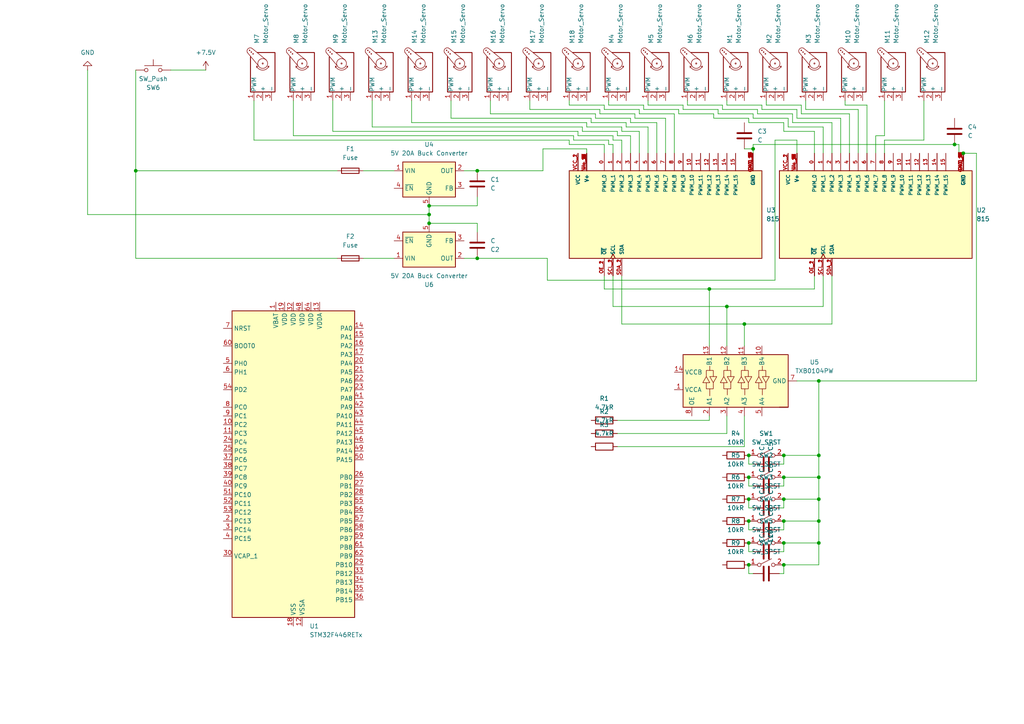
<source format=kicad_sch>
(kicad_sch (version 20250114) (generator "eeschema") (generator_version "9.0")
  (paper "A4")
  (lib_symbols
    (symbol "Device:C" (pin_numbers (hide yes)) (pin_names (offset 0.254))
      (property "Reference" "C" (at 0.635 2.54 0))
      (property "Value" "C" (at 0.635 -2.54 0))
      (symbol "C_0_1"
        (polyline (pts (xy -2.032 0.762) (xy 2.032 0.762)) (stroke (width 0.508)))
        (polyline (pts (xy -2.032 -0.762) (xy 2.032 -0.762)) (stroke (width 0.508)))
      )
      (symbol "C_1_1"
        (pin passive line (at 0 3.81 270) (length 2.794) (name "~") (number "1"))
        (pin passive line (at 0 -3.81 90) (length 2.794) (name "~") (number "2"))
      )
    )
    (symbol "Device:Fuse" (pin_numbers (hide yes)) (pin_names (offset 0))
      (property "Reference" "F" (at 2.032 0 90))
      (property "Value" "Fuse" (at -1.905 0 90))
      (symbol "Fuse_0_1"
        (rectangle (start -0.762 -2.54) (end 0.762 2.54) (stroke (width 0.254)))
        (polyline (pts (xy 0 2.54) (xy 0 -2.54)))
      )
      (symbol "Fuse_1_1"
        (pin passive line (at 0 3.81 270) (length 1.27) (name "~") (number "1"))
        (pin passive line (at 0 -3.81 90) (length 1.27) (name "~") (number "2"))
      )
    )
    (symbol "Device:R" (pin_numbers (hide yes)) (pin_names (offset 0))
      (property "Reference" "R" (at 2.032 0 90))
      (property "Value" "R" (at 0 0 90))
      (symbol "R_0_1"
        (rectangle (start -1.016 -2.54) (end 1.016 2.54) (stroke (width 0.254)))
      )
      (symbol "R_1_1"
        (pin passive line (at 0 3.81 270) (length 1.27) (name "~") (number "1"))
        (pin passive line (at 0 -3.81 90) (length 1.27) (name "~") (number "2"))
      )
    )
    (symbol "Logic_LevelTranslator:TXB0104PW"
      (property "Reference" "U" (at -6.35 16.51 0))
      (property "Value" "TXB0104PW" (at 3.81 16.51 0))
      (symbol "TXB0104PW_0_1"
        (rectangle (start -7.62 15.24) (end 7.62 -15.24) (stroke (width 0.254)) (fill (type background)))
        (rectangle (start -7.62 -15.24) (end -7.62 -12.7) (stroke (width 0.254)))
        (polyline (pts (xy -2.286 7.493) (xy -2.286 8.509) (xy -0.508 8.509)))
        (polyline (pts (xy -2.286 2.413) (xy -2.286 3.429) (xy -0.508 3.429)))
        (polyline (pts (xy -2.286 -2.667) (xy -2.286 -1.651) (xy -0.508 -1.651)))
        (polyline (pts (xy -2.286 -7.747) (xy -2.286 -6.731) (xy -0.508 -6.731)))
        (polyline (pts (xy -0.508 6.477) (xy -2.286 6.477) (xy -2.286 7.493) (xy -4.318 7.493)))
        (polyline (pts (xy -0.508 6.477) (xy 1.27 7.493) (xy 1.27 5.461) (xy -0.508 6.477)))
        (polyline (pts (xy -0.508 1.397) (xy -2.286 1.397) (xy -2.286 2.413) (xy -4.064 2.413)))
        (polyline (pts (xy -0.508 1.397) (xy 1.27 2.413) (xy 1.27 0.381) (xy -0.508 1.397)))
        (polyline (pts (xy -0.508 -3.683) (xy -2.286 -3.683) (xy -2.286 -2.667) (xy -4.064 -2.667)))
        (polyline (pts (xy -0.508 -3.683) (xy 1.27 -2.667) (xy 1.27 -4.699) (xy -0.508 -3.683)))
        (polyline (pts (xy -0.508 -8.763) (xy -2.286 -8.763) (xy -2.286 -7.747) (xy -4.064 -7.747)))
        (polyline (pts (xy -0.508 -8.763) (xy 1.27 -7.747) (xy 1.27 -9.779) (xy -0.508 -8.763)))
        (polyline (pts (xy 1.27 8.509) (xy -0.508 7.493) (xy -0.508 9.525) (xy 1.27 8.509)))
        (polyline (pts (xy 1.27 8.509) (xy 3.048 8.509) (xy 3.048 7.493) (xy 4.318 7.493)))
        (polyline (pts (xy 1.27 3.429) (xy -0.508 2.413) (xy -0.508 4.445) (xy 1.27 3.429)))
        (polyline (pts (xy 1.27 3.429) (xy 3.048 3.429) (xy 3.048 2.413) (xy 4.318 2.413)))
        (polyline (pts (xy 1.27 -1.651) (xy -0.508 -2.667) (xy -0.508 -0.635) (xy 1.27 -1.651)))
        (polyline (pts (xy 1.27 -1.651) (xy 3.048 -1.651) (xy 3.048 -2.667) (xy 4.318 -2.667)))
        (polyline (pts (xy 1.27 -6.731) (xy -0.508 -7.747) (xy -0.508 -5.715) (xy 1.27 -6.731)))
        (polyline (pts (xy 1.27 -6.731) (xy 3.048 -6.731) (xy 3.048 -7.747) (xy 4.318 -7.747)))
        (polyline (pts (xy 3.048 7.493) (xy 3.048 6.477) (xy 1.27 6.477)))
        (polyline (pts (xy 3.048 2.413) (xy 3.048 1.397) (xy 1.27 1.397)))
        (polyline (pts (xy 3.048 -2.667) (xy 3.048 -3.683) (xy 1.27 -3.683)))
        (polyline (pts (xy 3.048 -7.747) (xy 3.048 -8.763) (xy 1.27 -8.763)))
      )
      (symbol "TXB0104PW_1_1"
        (pin input line (at -10.16 12.7 0) (length 2.54) (name "OE") (number "8"))
        (pin bidirectional line (at -10.16 7.62 0) (length 2.54) (name "A1") (number "2"))
        (pin bidirectional line (at -10.16 2.54 0) (length 2.54) (name "A2") (number "3"))
        (pin bidirectional line (at -10.16 -2.54 0) (length 2.54) (name "A3") (number "4"))
        (pin bidirectional line (at -10.16 -7.62 0) (length 2.54) (name "A4") (number "5"))
        (pin no_connect line (at -7.62 -12.7 0) (length 2.54) (hide yes) (name "NC") (number "6"))
        (pin power_in line (at -2.54 17.78 270) (length 2.54) (name "VCCA") (number "1"))
        (pin power_in line (at 0 -17.78 90) (length 2.54) (name "GND") (number "7"))
        (pin power_in line (at 2.54 17.78 270) (length 2.54) (name "VCCB") (number "14"))
        (pin no_connect line (at 7.62 -12.7 180) (length 2.54) (hide yes) (name "NC") (number "9"))
        (pin bidirectional line (at 10.16 7.62 180) (length 2.54) (name "B1") (number "13"))
        (pin bidirectional line (at 10.16 2.54 180) (length 2.54) (name "B2") (number "12"))
        (pin bidirectional line (at 10.16 -2.54 180) (length 2.54) (name "B3") (number "11"))
        (pin bidirectional line (at 10.16 -7.62 180) (length 2.54) (name "B4") (number "10"))
      )
    )
    (symbol "MCU_ST_STM32F4:STM32F446RETx"
      (property "Reference" "U" (at -17.78 46.99 0))
      (property "Value" "STM32F446RETx" (at 10.16 46.99 0))
      (symbol "STM32F446RETx_0_1"
        (rectangle (start -17.78 -43.18) (end 17.78 45.72) (stroke (width 0.254)) (fill (type background)))
      )
      (symbol "STM32F446RETx_1_1"
        (pin input line (at -20.32 40.64 0) (length 2.54) (name "NRST") (number "7"))
        (pin input line (at -20.32 35.56 0) (length 2.54) (name "BOOT0") (number "60"))
        (pin bidirectional line (at -20.32 30.48 0) (length 2.54) (name "PH0") (number "5"))
        (pin bidirectional line (at -20.32 27.94 0) (length 2.54) (name "PH1") (number "6"))
        (pin bidirectional line (at -20.32 22.86 0) (length 2.54) (name "PD2") (number "54"))
        (pin bidirectional line (at -20.32 17.78 0) (length 2.54) (name "PC0") (number "8"))
        (pin bidirectional line (at -20.32 15.24 0) (length 2.54) (name "PC1") (number "9"))
        (pin bidirectional line (at -20.32 12.7 0) (length 2.54) (name "PC2") (number "10"))
        (pin bidirectional line (at -20.32 10.16 0) (length 2.54) (name "PC3") (number "11"))
        (pin bidirectional line (at -20.32 7.62 0) (length 2.54) (name "PC4") (number "24"))
        (pin bidirectional line (at -20.32 5.08 0) (length 2.54) (name "PC5") (number "25"))
        (pin bidirectional line (at -20.32 2.54 0) (length 2.54) (name "PC6") (number "37"))
        (pin bidirectional line (at -20.32 0 0) (length 2.54) (name "PC7") (number "38"))
        (pin bidirectional line (at -20.32 -2.54 0) (length 2.54) (name "PC8") (number "39"))
        (pin bidirectional line (at -20.32 -5.08 0) (length 2.54) (name "PC9") (number "40"))
        (pin bidirectional line (at -20.32 -7.62 0) (length 2.54) (name "PC10") (number "51"))
        (pin bidirectional line (at -20.32 -10.16 0) (length 2.54) (name "PC11") (number "52"))
        (pin bidirectional line (at -20.32 -12.7 0) (length 2.54) (name "PC12") (number "53"))
        (pin bidirectional line (at -20.32 -15.24 0) (length 2.54) (name "PC13") (number "2"))
        (pin bidirectional line (at -20.32 -17.78 0) (length 2.54) (name "PC14") (number "3"))
        (pin bidirectional line (at -20.32 -20.32 0) (length 2.54) (name "PC15") (number "4"))
        (pin power_out line (at -20.32 -25.4 0) (length 2.54) (name "VCAP_1") (number "30"))
        (pin power_in line (at -5.08 48.26 270) (length 2.54) (name "VBAT") (number "1"))
        (pin power_in line (at -2.54 48.26 270) (length 2.54) (name "VDD") (number "19"))
        (pin power_in line (at 0 48.26 270) (length 2.54) (name "VDD") (number "32"))
        (pin power_in line (at 0 -45.72 90) (length 2.54) (name "VSS") (number "18"))
        (pin passive line (at 0 -45.72 90) (length 2.54) (hide yes) (name "VSS") (number "31"))
        (pin passive line (at 0 -45.72 90) (length 2.54) (hide yes) (name "VSS") (number "47"))
        (pin passive line (at 0 -45.72 90) (length 2.54) (hide yes) (name "VSS") (number "63"))
        (pin power_in line (at 2.54 48.26 270) (length 2.54) (name "VDD") (number "48"))
        (pin power_in line (at 2.54 -45.72 90) (length 2.54) (name "VSSA") (number "12"))
        (pin power_in line (at 5.08 48.26 270) (length 2.54) (name "VDD") (number "64"))
        (pin power_in line (at 7.62 48.26 270) (length 2.54) (name "VDDA") (number "13"))
        (pin bidirectional line (at 20.32 40.64 180) (length 2.54) (name "PA0") (number "14"))
        (pin bidirectional line (at 20.32 38.1 180) (length 2.54) (name "PA1") (number "15"))
        (pin bidirectional line (at 20.32 35.56 180) (length 2.54) (name "PA2") (number "16"))
        (pin bidirectional line (at 20.32 33.02 180) (length 2.54) (name "PA3") (number "17"))
        (pin bidirectional line (at 20.32 30.48 180) (length 2.54) (name "PA4") (number "20"))
        (pin bidirectional line (at 20.32 27.94 180) (length 2.54) (name "PA5") (number "21"))
        (pin bidirectional line (at 20.32 25.4 180) (length 2.54) (name "PA6") (number "22"))
        (pin bidirectional line (at 20.32 22.86 180) (length 2.54) (name "PA7") (number "23"))
        (pin bidirectional line (at 20.32 20.32 180) (length 2.54) (name "PA8") (number "41"))
        (pin bidirectional line (at 20.32 17.78 180) (length 2.54) (name "PA9") (number "42"))
        (pin bidirectional line (at 20.32 15.24 180) (length 2.54) (name "PA10") (number "43"))
        (pin bidirectional line (at 20.32 12.7 180) (length 2.54) (name "PA11") (number "44"))
        (pin bidirectional line (at 20.32 10.16 180) (length 2.54) (name "PA12") (number "45"))
        (pin bidirectional line (at 20.32 7.62 180) (length 2.54) (name "PA13") (number "46"))
        (pin bidirectional line (at 20.32 5.08 180) (length 2.54) (name "PA14") (number "49"))
        (pin bidirectional line (at 20.32 2.54 180) (length 2.54) (name "PA15") (number "50"))
        (pin bidirectional line (at 20.32 -2.54 180) (length 2.54) (name "PB0") (number "26"))
        (pin bidirectional line (at 20.32 -5.08 180) (length 2.54) (name "PB1") (number "27"))
        (pin bidirectional line (at 20.32 -7.62 180) (length 2.54) (name "PB2") (number "28"))
        (pin bidirectional line (at 20.32 -10.16 180) (length 2.54) (name "PB3") (number "55"))
        (pin bidirectional line (at 20.32 -12.7 180) (length 2.54) (name "PB4") (number "56"))
        (pin bidirectional line (at 20.32 -15.24 180) (length 2.54) (name "PB5") (number "57"))
        (pin bidirectional line (at 20.32 -17.78 180) (length 2.54) (name "PB6") (number "58"))
        (pin bidirectional line (at 20.32 -20.32 180) (length 2.54) (name "PB7") (number "59"))
        (pin bidirectional line (at 20.32 -22.86 180) (length 2.54) (name "PB8") (number "61"))
        (pin bidirectional line (at 20.32 -25.4 180) (length 2.54) (name "PB9") (number "62"))
        (pin bidirectional line (at 20.32 -27.94 180) (length 2.54) (name "PB10") (number "29"))
        (pin bidirectional line (at 20.32 -30.48 180) (length 2.54) (name "PB12") (number "33"))
        (pin bidirectional line (at 20.32 -33.02 180) (length 2.54) (name "PB13") (number "34"))
        (pin bidirectional line (at 20.32 -35.56 180) (length 2.54) (name "PB14") (number "35"))
        (pin bidirectional line (at 20.32 -38.1 180) (length 2.54) (name "PB15") (number "36"))
      )
    )
    (symbol "Motor:Motor_Servo" (pin_names (offset 0.0254))
      (property "Reference" "M" (at -5.08 4.445 0))
      (property "Value" "Motor_Servo" (at -5.08 -4.064 0))
      (symbol "Motor_Servo_0_1"
        (polyline (pts (xy 2.413 1.778) (xy 1.905 1.778)))
        (polyline (pts (xy 2.413 1.778) (xy 2.286 1.397)))
        (polyline (pts (xy 2.413 -1.778) (xy 2.032 -1.778)))
        (polyline (pts (xy 2.413 -1.778) (xy 2.286 -1.397)))
        (arc (start 2.413 -1.778) (mid 1.2406 0) (end 2.413 1.778))
        (circle (center 3.175 0) (radius 0.1778))
        (circle (center 3.175 0) (radius 1.4224))
        (polyline (pts (xy 5.08 3.556) (xy -5.08 3.556) (xy -5.08 -3.556) (xy 6.35 -3.556) (xy 6.35 1.524)) (stroke (width 0.254)))
        (circle (center 5.969 2.794) (radius 0.127))
        (polyline (pts (xy 6.35 4.445) (xy 2.54 1.27)))
        (circle (center 6.477 3.302) (radius 0.127))
        (arc (start 6.35 4.445) (mid 7.4487 4.2737) (end 7.62 3.175))
        (circle (center 6.985 3.81) (radius 0.127))
        (polyline (pts (xy 7.62 3.175) (xy 4.191 -1.016)))
      )
      (symbol "Motor_Servo_1_1"
        (pin passive line (at -7.62 2.54 0) (length 2.54) (name "PWM") (number "1"))
        (pin passive line (at -7.62 0 0) (length 2.54) (name "+") (number "2"))
        (pin passive line (at -7.62 -2.54 0) (length 2.54) (name "-") (number "3"))
      )
    )
    (symbol "PCA9685:815" (pin_names (offset 1.016))
      (property "Reference" "U" (at -12.7 28.702 0))
      (property "Value" "815" (at -12.7 -30.48 0))
      (symbol "815_0_0"
        (rectangle (start -12.7 -27.94) (end 12.7 27.94) (stroke (width 0.254)) (fill (type background)))
        (pin input line (at -17.78 17.78 0) (length 5.08) (name "~{OE}") (number "OE_1"))
        (pin input line (at -17.78 17.78 0) (length 5.08) (name "~{OE}") (number "OE_2"))
        (pin input clock (at -17.78 15.24 0) (length 5.08) (name "SCL") (number "SCL_1"))
        (pin input clock (at -17.78 15.24 0) (length 5.08) (name "SCL") (number "SCL_2"))
        (pin bidirectional line (at -17.78 12.7 0) (length 5.08) (name "SDA") (number "SDA_1"))
        (pin bidirectional line (at -17.78 12.7 0) (length 5.08) (name "SDA") (number "SDA_2"))
        (pin power_in line (at 17.78 25.4 180) (length 5.08) (name "VCC") (number "VCC_1"))
        (pin power_in line (at 17.78 25.4 180) (length 5.08) (name "VCC") (number "VCC_2"))
        (pin power_in line (at 17.78 22.86 180) (length 5.08) (name "V+") (number "V+_1"))
        (pin power_in line (at 17.78 22.86 180) (length 5.08) (name "V+") (number "V+_10"))
        (pin power_in line (at 17.78 22.86 180) (length 5.08) (name "V+") (number "V+_11"))
        (pin power_in line (at 17.78 22.86 180) (length 5.08) (name "V+") (number "V+_12"))
        (pin power_in line (at 17.78 22.86 180) (length 5.08) (name "V+") (number "V+_13"))
        (pin power_in line (at 17.78 22.86 180) (length 5.08) (name "V+") (number "V+_14"))
        (pin power_in line (at 17.78 22.86 180) (length 5.08) (name "V+") (number "V+_15"))
        (pin power_in line (at 17.78 22.86 180) (length 5.08) (name "V+") (number "V+_16"))
        (pin power_in line (at 17.78 22.86 180) (length 5.08) (name "V+") (number "V+_17"))
        (pin power_in line (at 17.78 22.86 180) (length 5.08) (name "V+") (number "V+_18"))
        (pin power_in line (at 17.78 22.86 180) (length 5.08) (name "V+") (number "V+_2"))
        (pin power_in line (at 17.78 22.86 180) (length 5.08) (name "V+") (number "V+_3"))
        (pin power_in line (at 17.78 22.86 180) (length 5.08) (name "V+") (number "V+_4"))
        (pin power_in line (at 17.78 22.86 180) (length 5.08) (name "V+") (number "V+_5"))
        (pin power_in line (at 17.78 22.86 180) (length 5.08) (name "V+") (number "V+_6"))
        (pin power_in line (at 17.78 22.86 180) (length 5.08) (name "V+") (number "V+_7"))
        (pin power_in line (at 17.78 22.86 180) (length 5.08) (name "V+") (number "V+_8"))
        (pin power_in line (at 17.78 22.86 180) (length 5.08) (name "V+") (number "V+_9"))
        (pin output line (at 17.78 17.78 180) (length 5.08) (name "PWM_0") (number "0"))
        (pin output line (at 17.78 15.24 180) (length 5.08) (name "PWM_1") (number "1"))
        (pin output line (at 17.78 12.7 180) (length 5.08) (name "PWM_2") (number "2"))
        (pin output line (at 17.78 10.16 180) (length 5.08) (name "PWM_3") (number "3"))
        (pin output line (at 17.78 7.62 180) (length 5.08) (name "PWM_4") (number "4"))
        (pin output line (at 17.78 5.08 180) (length 5.08) (name "PWM_5") (number "5"))
        (pin output line (at 17.78 2.54 180) (length 5.08) (name "PWM_6") (number "6"))
        (pin output line (at 17.78 0 180) (length 5.08) (name "PWM_7") (number "7"))
        (pin output line (at 17.78 -2.54 180) (length 5.08) (name "PWM_8") (number "8"))
        (pin output line (at 17.78 -5.08 180) (length 5.08) (name "PWM_9") (number "9"))
        (pin output line (at 17.78 -7.62 180) (length 5.08) (name "PWM_10") (number "10"))
        (pin output line (at 17.78 -10.16 180) (length 5.08) (name "PWM_11") (number "11"))
        (pin output line (at 17.78 -12.7 180) (length 5.08) (name "PWM_12") (number "12"))
        (pin output line (at 17.78 -15.24 180) (length 5.08) (name "PWM_13") (number "13"))
        (pin output line (at 17.78 -17.78 180) (length 5.08) (name "PWM_14") (number "14"))
        (pin output line (at 17.78 -20.32 180) (length 5.08) (name "PWM_15") (number "15"))
        (pin power_in line (at 17.78 -25.4 180) (length 5.08) (name "GND") (number "GND_1"))
        (pin power_in line (at 17.78 -25.4 180) (length 5.08) (name "GND") (number "GND_10"))
        (pin power_in line (at 17.78 -25.4 180) (length 5.08) (name "GND") (number "GND_11"))
        (pin power_in line (at 17.78 -25.4 180) (length 5.08) (name "GND") (number "GND_12"))
        (pin power_in line (at 17.78 -25.4 180) (length 5.08) (name "GND") (number "GND_13"))
        (pin power_in line (at 17.78 -25.4 180) (length 5.08) (name "GND") (number "GND_14"))
        (pin power_in line (at 17.78 -25.4 180) (length 5.08) (name "GND") (number "GND_15"))
        (pin power_in line (at 17.78 -25.4 180) (length 5.08) (name "GND") (number "GND_16"))
        (pin power_in line (at 17.78 -25.4 180) (length 5.08) (name "GND") (number "GND_17"))
        (pin power_in line (at 17.78 -25.4 180) (length 5.08) (name "GND") (number "GND_18"))
        (pin power_in line (at 17.78 -25.4 180) (length 5.08) (name "GND") (number "GND_2"))
        (pin power_in line (at 17.78 -25.4 180) (length 5.08) (name "GND") (number "GND_3"))
        (pin power_in line (at 17.78 -25.4 180) (length 5.08) (name "GND") (number "GND_4"))
        (pin power_in line (at 17.78 -25.4 180) (length 5.08) (name "GND") (number "GND_5"))
        (pin power_in line (at 17.78 -25.4 180) (length 5.08) (name "GND") (number "GND_6"))
        (pin power_in line (at 17.78 -25.4 180) (length 5.08) (name "GND") (number "GND_7"))
        (pin power_in line (at 17.78 -25.4 180) (length 5.08) (name "GND") (number "GND_8"))
        (pin power_in line (at 17.78 -25.4 180) (length 5.08) (name "GND") (number "GND_9"))
      )
    )
    (symbol "Regulator_Switching:XL1509-5.0"
      (property "Reference" "U" (at -7.112 6.096 0))
      (property "Value" "XL1509-5.0" (at 5.842 6.096 0))
      (symbol "XL1509-5.0_0_1"
        (rectangle (start -7.62 5.08) (end 7.62 -5.08) (stroke (width 0.254)) (fill (type background)))
      )
      (symbol "XL1509-5.0_1_1"
        (pin power_in line (at -10.16 2.54 0) (length 2.54) (name "VIN") (number "1"))
        (pin input line (at -10.16 -2.54 0) (length 2.54) (name "~{EN}") (number "4"))
        (pin power_in line (at 0 -7.62 90) (length 2.54) (name "GND") (number "5"))
        (pin passive line (at 0 -7.62 90) (length 2.54) (hide yes) (name "GND") (number "6"))
        (pin passive line (at 0 -7.62 90) (length 2.54) (hide yes) (name "GND") (number "7"))
        (pin passive line (at 0 -7.62 90) (length 2.54) (hide yes) (name "GND") (number "8"))
        (pin power_out line (at 10.16 2.54 180) (length 2.54) (name "OUT") (number "2"))
        (pin input line (at 10.16 -2.54 180) (length 2.54) (name "FB") (number "3"))
      )
    )
    (symbol "Switch:SW_Push" (pin_numbers (hide yes)) (pin_names (offset 1.016) (hide yes))
      (property "Reference" "SW" (at 1.27 2.54 0))
      (property "Value" "SW_Push" (at 0 -1.524 0))
      (symbol "SW_Push_0_1"
        (circle (center -2.032 0) (radius 0.508))
        (polyline (pts (xy 0 1.27) (xy 0 3.048)))
        (circle (center 2.032 0) (radius 0.508))
        (polyline (pts (xy 2.54 1.27) (xy -2.54 1.27)))
        (pin passive line (at -5.08 0 0) (length 2.54) (name "1") (number "1"))
        (pin passive line (at 5.08 0 180) (length 2.54) (name "2") (number "2"))
      )
    )
    (symbol "Switch:SW_SPST" (pin_names (offset 0) (hide yes))
      (property "Reference" "SW" (at 0 3.175 0))
      (property "Value" "SW_SPST" (at 0 -2.54 0))
      (symbol "SW_SPST_0_0"
        (circle (center -2.032 0) (radius 0.508))
        (polyline (pts (xy -1.524 0.254) (xy 1.524 1.778)))
        (circle (center 2.032 0) (radius 0.508))
      )
      (symbol "SW_SPST_1_1"
        (pin passive line (at -5.08 0 0) (length 2.54) (name "A") (number "1"))
        (pin passive line (at 5.08 0 180) (length 2.54) (name "B") (number "2"))
      )
    )
    (symbol "power:+7.5V" (power) (pin_numbers (hide yes)) (pin_names (offset 0) (hide yes))
      (property "Value" "+7.5V" (at 0 3.556 0))
      (symbol "+7.5V_0_1"
        (polyline (pts (xy -0.762 1.27) (xy 0 2.54)))
        (polyline (pts (xy 0 2.54) (xy 0.762 1.27)))
        (polyline (pts (xy 0 0) (xy 0 2.54)))
      )
      (symbol "+7.5V_1_1"
        (pin power_in line (at 0 0 90) (length 0) (name "~") (number "1"))
      )
    )
    (symbol "power:GND" (power) (pin_numbers (hide yes)) (pin_names (offset 0) (hide yes))
      (property "Value" "GND" (at 0 -3.81 0))
      (symbol "GND_0_1"
        (polyline (pts (xy 0 0) (xy 0 -1.27) (xy 1.27 -1.27) (xy 0 -2.54) (xy -1.27 -1.27) (xy 0 -1.27)))
      )
      (symbol "GND_1_1"
        (pin power_in line (at 0 0 270) (length 0) (name "~") (number "1"))
      )
    )
  )
  (junction (at 227.33 132.08))
  (junction (at 217.17 132.08))
  (junction (at 138.43 49.53))
  (junction (at 215.9 93.98))
  (junction (at 227.33 138.43))
  (junction (at 237.49 110.49))
  (junction (at 217.17 157.48))
  (junction (at 124.46 62.23))
  (junction (at 276.86 41.91))
  (junction (at 124.46 64.77))
  (junction (at 217.17 151.13))
  (junction (at 210.82 88.9))
  (junction (at 237.49 144.78))
  (junction (at 227.33 157.48))
  (junction (at 124.46 59.69))
  (junction (at 237.49 138.43))
  (junction (at 205.74 83.82))
  (junction (at 227.33 151.13))
  (junction (at 218.44 43.18))
  (junction (at 217.17 163.83))
  (junction (at 237.49 132.08))
  (junction (at 279.4 44.45))
  (junction (at 227.33 144.78))
  (junction (at 39.37 49.53))
  (junction (at 237.49 157.48))
  (junction (at 227.33 163.83))
  (junction (at 138.43 74.93))
  (junction (at 237.49 151.13))
  (junction (at 217.17 144.78))
  (junction (at 217.17 138.43))
  (wire (pts (xy 170.18 36.83) (xy 170.18 35.56)))
  (wire (pts (xy 243.84 44.45) (xy 243.84 34.29)))
  (wire (pts (xy 138.43 57.15) (xy 138.43 59.69)))
  (wire (pts (xy 168.91 38.1) (xy 168.91 36.83)))
  (wire (pts (xy 138.43 67.31) (xy 138.43 64.77)))
  (wire (pts (xy 177.8 80.01) (xy 177.8 88.9)))
  (wire (pts (xy 224.79 81.28) (xy 224.79 40.64)))
  (wire (pts (xy 158.75 81.28) (xy 224.79 81.28)))
  (wire (pts (xy 176.53 41.91) (xy 176.53 40.64)))
  (wire (pts (xy 39.37 74.93) (xy 97.79 74.93)))
  (wire (pts (xy 218.44 41.91) (xy 276.86 41.91)))
  (wire (pts (xy 105.41 49.53) (xy 114.3 49.53)))
  (wire (pts (xy 180.34 36.83) (xy 170.18 36.83)))
  (wire (pts (xy 256.54 40.64) (xy 256.54 44.45)))
  (wire (pts (xy 165.1 30.48) (xy 175.26 30.48)))
  (wire (pts (xy 182.88 35.56) (xy 190.5 35.56)))
  (wire (pts (xy 218.44 34.29) (xy 218.44 33.02)))
  (wire (pts (xy 198.12 30.48) (xy 187.96 30.48)))
  (wire (pts (xy 187.96 30.48) (xy 187.96 29.21)))
  (wire (pts (xy 227.33 144.78) (xy 237.49 144.78)))
  (wire (pts (xy 220.98 31.75) (xy 220.98 30.48)))
  (wire (pts (xy 209.55 31.75) (xy 209.55 30.48)))
  (wire (pts (xy 165.1 29.21) (xy 165.1 30.48)))
  (wire (pts (xy 226.06 134.62) (xy 227.33 134.62)))
  (wire (pts (xy 175.26 80.01) (xy 175.26 83.82)))
  (wire (pts (xy 173.99 33.02) (xy 184.15 33.02)))
  (wire (pts (xy 175.26 83.82) (xy 205.74 83.82)))
  (wire (pts (xy 283.21 44.45) (xy 279.4 44.45)))
  (wire (pts (xy 177.8 40.64) (xy 177.8 39.37)))
  (wire (pts (xy 238.76 80.01) (xy 238.76 88.9)))
  (wire (pts (xy 218.44 44.45) (xy 218.44 43.18)))
  (wire (pts (xy 241.3 44.45) (xy 241.3 35.56)))
  (wire (pts (xy 186.69 30.48) (xy 176.53 30.48)))
  (wire (pts (xy 227.33 153.67) (xy 227.33 151.13)))
  (wire (pts (xy 142.24 29.21) (xy 142.24 33.02)))
  (wire (pts (xy 215.9 43.18) (xy 218.44 43.18)))
  (wire (pts (xy 207.01 33.02) (xy 196.85 33.02)))
  (wire (pts (xy 49.53 20.32) (xy 59.69 20.32)))
  (wire (pts (xy 226.06 166.37) (xy 227.33 166.37)))
  (wire (pts (xy 222.25 30.48) (xy 222.25 29.21)))
  (wire (pts (xy 278.13 41.91) (xy 278.13 44.45)))
  (wire (pts (xy 182.88 35.56) (xy 182.88 34.29)))
  (wire (pts (xy 73.66 40.64) (xy 165.1 40.64)))
  (wire (pts (xy 256.54 39.37) (xy 254 39.37)))
  (wire (pts (xy 227.33 140.97) (xy 227.33 138.43)))
  (wire (pts (xy 179.07 121.92) (xy 205.74 121.92)))
  (wire (pts (xy 180.34 38.1) (xy 180.34 36.83)))
  (wire (pts (xy 210.82 88.9) (xy 210.82 100.33)))
  (wire (pts (xy 190.5 35.56) (xy 190.5 44.45)))
  (wire (pts (xy 134.62 74.93) (xy 138.43 74.93)))
  (wire (pts (xy 181.61 35.56) (xy 171.45 35.56)))
  (wire (pts (xy 165.1 41.91) (xy 165.1 40.64)))
  (wire (pts (xy 236.22 80.01) (xy 236.22 83.82)))
  (wire (pts (xy 237.49 138.43) (xy 237.49 144.78)))
  (wire (pts (xy 208.28 31.75) (xy 198.12 31.75)))
  (wire (pts (xy 227.33 35.56) (xy 227.33 38.1)))
  (wire (pts (xy 176.53 40.64) (xy 166.37 40.64)))
  (wire (pts (xy 228.6 34.29) (xy 218.44 34.29)))
  (wire (pts (xy 227.33 163.83) (xy 237.49 163.83)))
  (wire (pts (xy 227.33 151.13) (xy 237.49 151.13)))
  (wire (pts (xy 210.82 125.73) (xy 210.82 120.65)))
  (wire (pts (xy 124.46 62.23) (xy 124.46 64.77)))
  (wire (pts (xy 241.3 80.01) (xy 241.3 93.98)))
  (wire (pts (xy 179.07 38.1) (xy 168.91 38.1)))
  (wire (pts (xy 175.26 30.48) (xy 175.26 31.75)))
  (wire (pts (xy 39.37 49.53) (xy 39.37 74.93)))
  (wire (pts (xy 180.34 44.45) (xy 180.34 40.64)))
  (wire (pts (xy 219.71 33.02) (xy 219.71 31.75)))
  (wire (pts (xy 229.87 33.02) (xy 219.71 33.02)))
  (wire (pts (xy 227.33 147.32) (xy 227.33 144.78)))
  (wire (pts (xy 181.61 36.83) (xy 181.61 35.56)))
  (wire (pts (xy 172.72 34.29) (xy 172.72 33.02)))
  (wire (pts (xy 182.88 39.37) (xy 179.07 39.37)))
  (wire (pts (xy 184.15 33.02) (xy 184.15 34.29)))
  (wire (pts (xy 224.79 40.64) (xy 231.14 40.64)))
  (wire (pts (xy 158.75 74.93) (xy 158.75 81.28)))
  (wire (pts (xy 217.17 166.37) (xy 218.44 166.37)))
  (wire (pts (xy 138.43 74.93) (xy 158.75 74.93)))
  (wire (pts (xy 175.26 31.75) (xy 185.42 31.75)))
  (wire (pts (xy 238.76 36.83) (xy 228.6 36.83)))
  (wire (pts (xy 124.46 59.69) (xy 138.43 59.69)))
  (wire (pts (xy 185.42 33.02) (xy 195.58 33.02)))
  (wire (pts (xy 256.54 29.21) (xy 256.54 39.37)))
  (wire (pts (xy 238.76 44.45) (xy 238.76 36.83)))
  (wire (pts (xy 278.13 44.45) (xy 279.4 44.45)))
  (wire (pts (xy 237.49 132.08) (xy 237.49 110.49)))
  (wire (pts (xy 185.42 38.1) (xy 180.34 38.1)))
  (wire (pts (xy 248.92 31.75) (xy 248.92 44.45)))
  (wire (pts (xy 217.17 34.29) (xy 207.01 34.29)))
  (wire (pts (xy 96.52 38.1) (xy 167.64 38.1)))
  (wire (pts (xy 229.87 35.56) (xy 229.87 33.02)))
  (wire (pts (xy 130.81 34.29) (xy 171.45 34.29)))
  (wire (pts (xy 180.34 80.01) (xy 180.34 93.98)))
  (wire (pts (xy 166.37 40.64) (xy 166.37 39.37)))
  (wire (pts (xy 233.68 31.75) (xy 233.68 29.21)))
  (wire (pts (xy 205.74 121.92) (xy 205.74 120.65)))
  (wire (pts (xy 276.86 41.91) (xy 278.13 41.91)))
  (wire (pts (xy 107.95 29.21) (xy 107.95 36.83)))
  (wire (pts (xy 231.14 34.29) (xy 231.14 31.75)))
  (wire (pts (xy 246.38 44.45) (xy 246.38 33.02)))
  (wire (pts (xy 227.33 157.48) (xy 237.49 157.48)))
  (wire (pts (xy 96.52 29.21) (xy 96.52 38.1)))
  (wire (pts (xy 179.07 125.73) (xy 210.82 125.73)))
  (wire (pts (xy 217.17 157.48) (xy 217.17 160.02)))
  (wire (pts (xy 267.97 40.64) (xy 256.54 40.64)))
  (wire (pts (xy 237.49 151.13) (xy 237.49 157.48)))
  (wire (pts (xy 241.3 35.56) (xy 229.87 35.56)))
  (wire (pts (xy 217.17 140.97) (xy 218.44 140.97)))
  (wire (pts (xy 196.85 33.02) (xy 196.85 31.75)))
  (wire (pts (xy 236.22 38.1) (xy 227.33 38.1)))
  (wire (pts (xy 217.17 134.62) (xy 218.44 134.62)))
  (wire (pts (xy 180.34 40.64) (xy 177.8 40.64)))
  (wire (pts (xy 226.06 160.02) (xy 227.33 160.02)))
  (wire (pts (xy 210.82 88.9) (xy 238.76 88.9)))
  (wire (pts (xy 217.17 132.08) (xy 217.17 134.62)))
  (wire (pts (xy 157.48 43.18) (xy 170.18 43.18)))
  (wire (pts (xy 227.33 166.37) (xy 227.33 163.83)))
  (wire (pts (xy 124.46 59.69) (xy 124.46 62.23)))
  (wire (pts (xy 177.8 44.45) (xy 177.8 41.91)))
  (wire (pts (xy 237.49 132.08) (xy 237.49 138.43)))
  (wire (pts (xy 217.17 35.56) (xy 217.17 34.29)))
  (wire (pts (xy 173.99 31.75) (xy 173.99 33.02)))
  (wire (pts (xy 85.09 39.37) (xy 166.37 39.37)))
  (wire (pts (xy 210.82 30.48) (xy 210.82 29.21)))
  (wire (pts (xy 226.06 153.67) (xy 227.33 153.67)))
  (wire (pts (xy 217.17 147.32) (xy 218.44 147.32)))
  (wire (pts (xy 175.26 41.91) (xy 175.26 44.45)))
  (wire (pts (xy 187.96 44.45) (xy 187.96 36.83)))
  (wire (pts (xy 227.33 132.08) (xy 237.49 132.08)))
  (wire (pts (xy 25.4 20.32) (xy 25.4 62.23)))
  (wire (pts (xy 217.17 138.43) (xy 217.17 140.97)))
  (wire (pts (xy 228.6 36.83) (xy 228.6 34.29)))
  (wire (pts (xy 179.07 39.37) (xy 179.07 38.1)))
  (wire (pts (xy 254 39.37) (xy 254 44.45)))
  (wire (pts (xy 232.41 33.02) (xy 246.38 33.02)))
  (wire (pts (xy 184.15 34.29) (xy 193.04 34.29)))
  (wire (pts (xy 215.9 93.98) (xy 215.9 100.33)))
  (wire (pts (xy 231.14 31.75) (xy 220.98 31.75)))
  (wire (pts (xy 233.68 31.75) (xy 248.92 31.75)))
  (wire (pts (xy 196.85 31.75) (xy 186.69 31.75)))
  (wire (pts (xy 217.17 153.67) (xy 218.44 153.67)))
  (wire (pts (xy 138.43 49.53) (xy 157.48 49.53)))
  (wire (pts (xy 267.97 29.21) (xy 267.97 40.64)))
  (wire (pts (xy 218.44 33.02) (xy 208.28 33.02)))
  (wire (pts (xy 177.8 39.37) (xy 167.64 39.37)))
  (wire (pts (xy 205.74 83.82) (xy 205.74 100.33)))
  (wire (pts (xy 195.58 33.02) (xy 195.58 44.45)))
  (wire (pts (xy 177.8 88.9) (xy 210.82 88.9)))
  (wire (pts (xy 186.69 31.75) (xy 186.69 30.48)))
  (wire (pts (xy 185.42 31.75) (xy 185.42 33.02)))
  (wire (pts (xy 236.22 44.45) (xy 236.22 38.1)))
  (wire (pts (xy 134.62 49.53) (xy 138.43 49.53)))
  (wire (pts (xy 157.48 49.53) (xy 157.48 43.18)))
  (wire (pts (xy 179.07 129.54) (xy 215.9 129.54)))
  (wire (pts (xy 153.67 29.21) (xy 153.67 31.75)))
  (wire (pts (xy 198.12 31.75) (xy 198.12 30.48)))
  (wire (pts (xy 237.49 157.48) (xy 237.49 163.83)))
  (wire (pts (xy 227.33 35.56) (xy 217.17 35.56)))
  (wire (pts (xy 226.06 140.97) (xy 227.33 140.97)))
  (wire (pts (xy 205.74 83.82) (xy 236.22 83.82)))
  (wire (pts (xy 153.67 31.75) (xy 173.99 31.75)))
  (wire (pts (xy 231.14 40.64) (xy 231.14 44.45)))
  (wire (pts (xy 215.9 93.98) (xy 241.3 93.98)))
  (wire (pts (xy 217.17 151.13) (xy 217.17 153.67)))
  (wire (pts (xy 182.88 44.45) (xy 182.88 39.37)))
  (wire (pts (xy 187.96 36.83) (xy 181.61 36.83)))
  (wire (pts (xy 142.24 33.02) (xy 172.72 33.02)))
  (wire (pts (xy 226.06 147.32) (xy 227.33 147.32)))
  (wire (pts (xy 209.55 30.48) (xy 199.39 30.48)))
  (wire (pts (xy 39.37 49.53) (xy 97.79 49.53)))
  (wire (pts (xy 251.46 30.48) (xy 245.11 30.48)))
  (wire (pts (xy 227.33 134.62) (xy 227.33 132.08)))
  (wire (pts (xy 177.8 41.91) (xy 176.53 41.91)))
  (wire (pts (xy 193.04 34.29) (xy 193.04 44.45)))
  (wire (pts (xy 180.34 93.98) (xy 215.9 93.98)))
  (wire (pts (xy 215.9 129.54) (xy 215.9 120.65)))
  (wire (pts (xy 39.37 20.32) (xy 39.37 49.53)))
  (wire (pts (xy 220.98 30.48) (xy 210.82 30.48)))
  (wire (pts (xy 85.09 29.21) (xy 85.09 39.37)))
  (wire (pts (xy 219.71 31.75) (xy 209.55 31.75)))
  (wire (pts (xy 167.64 39.37) (xy 167.64 38.1)))
  (wire (pts (xy 217.17 163.83) (xy 217.17 166.37)))
  (wire (pts (xy 176.53 30.48) (xy 176.53 29.21)))
  (wire (pts (xy 130.81 29.21) (xy 130.81 34.29)))
  (wire (pts (xy 237.49 110.49) (xy 283.21 110.49)))
  (wire (pts (xy 227.33 138.43) (xy 237.49 138.43)))
  (wire (pts (xy 73.66 29.21) (xy 73.66 40.64)))
  (wire (pts (xy 245.11 29.21) (xy 245.11 30.48)))
  (wire (pts (xy 232.41 30.48) (xy 222.25 30.48)))
  (wire (pts (xy 182.88 34.29) (xy 172.72 34.29)))
  (wire (pts (xy 207.01 34.29) (xy 207.01 33.02)))
  (wire (pts (xy 175.26 41.91) (xy 165.1 41.91)))
  (wire (pts (xy 25.4 62.23) (xy 124.46 62.23)))
  (wire (pts (xy 237.49 144.78) (xy 237.49 151.13)))
  (wire (pts (xy 185.42 44.45) (xy 185.42 38.1)))
  (wire (pts (xy 243.84 34.29) (xy 231.14 34.29)))
  (wire (pts (xy 124.46 64.77) (xy 138.43 64.77)))
  (wire (pts (xy 218.44 43.18) (xy 218.44 41.91)))
  (wire (pts (xy 251.46 30.48) (xy 251.46 44.45)))
  (wire (pts (xy 232.41 30.48) (xy 232.41 33.02)))
  (wire (pts (xy 208.28 33.02) (xy 208.28 31.75)))
  (wire (pts (xy 105.41 74.93) (xy 114.3 74.93)))
  (wire (pts (xy 231.14 110.49) (xy 237.49 110.49)))
  (wire (pts (xy 107.95 36.83) (xy 168.91 36.83)))
  (wire (pts (xy 199.39 30.48) (xy 199.39 29.21)))
  (wire (pts (xy 217.17 160.02) (xy 218.44 160.02)))
  (wire (pts (xy 119.38 29.21) (xy 119.38 35.56)))
  (wire (pts (xy 171.45 35.56) (xy 171.45 34.29)))
  (wire (pts (xy 283.21 110.49) (xy 283.21 44.45)))
  (wire (pts (xy 217.17 144.78) (xy 217.17 147.32)))
  (wire (pts (xy 119.38 35.56) (xy 170.18 35.56)))
  (wire (pts (xy 227.33 160.02) (xy 227.33 157.48)))
  (wire (pts (xy 170.18 43.18) (xy 170.18 44.45)))
  (symbol (lib_id "PCA9685:815") (at 193.04 62.23 90) (unit 1)
    (property "Reference" "U3" (at 222.25 60.9599 90) (effects (justify right)))
    (property "Value" "815" (at 222.25 63.4999 90) (effects (justify right)))
    (property "Footprint" "815:MODULE_815" (effects (hide yes)))
    (property "MF" "Adafruit" (effects (hide yes)))
    (property "SNAPEDA_PACKAGE_ID" "124074" (effects (hide yes)))
    (property "Package" "Non-Standard Adafruit" (effects (hide yes)))
    (property "Price" "None" (effects (hide yes)))
    (property "Check_prices" "https://www.snapeda.com/parts/815/Adafruit+Industries/view-part/?ref=eda" (effects (hide yes)))
    (property "STANDARD" "Manufacturer Recommendations" (effects (hide yes)))
    (property "PARTREV" "C" (effects (hide yes)))
    (property "SnapEDA_Link" "https://www.snapeda.com/parts/815/Adafruit+Industries/view-part/?ref=snap" (effects (hide yes)))
    (property "MP" "815" (effects (hide yes)))
    (property "Description_1" "Adafruit 16-Channel 12-bit PWM/Servo Driver - I2C interface - PCA9685" (effects (hide yes)))
    (property "MANUFACTURER" "Adafruit" (effects (hide yes)))
    (property "Availability" "In Stock" (effects (hide yes)))
    (property "MAXIMUM_PACKAGE_HEIGHT" "N/A" (effects (hide yes)))
  )
  (symbol (lib_id "Switch:SW_SPST") (at 222.25 163.83 0) (unit 1)
    (property "Reference" "SW7" (at 222.25 157.48 0))
    (property "Value" "SW_SPST" (at 222.25 160.02 0))
    (property "Description" "Single Pole Single Throw (SPST) switch" (effects (hide yes)))
  )
  (symbol (lib_id "Device:Fuse") (at 101.6 74.93 90) (unit 1)
    (property "Reference" "F2" (at 101.6 68.58 90))
    (property "Value" "Fuse" (at 101.6 71.12 90))
    (property "Description" "Fuse" (effects (hide yes)))
  )
  (symbol (lib_id "Motor:Motor_Servo") (at 236.22 21.59 90) (unit 1)
    (property "Reference" "M3" (at 234.5168 12.7 0) (effects (justify left)))
    (property "Value" "Motor_Servo" (at 237.0568 12.7 0) (effects (justify left)))
    (property "Datasheet" "http://forums.parallax.com/uploads/attachments/46831/74481.png" (effects (hide yes)))
    (property "Description" "Servo Motor (Futaba, HiTec, JR connector)" (effects (hide yes)))
  )
  (symbol (lib_id "Device:R") (at 175.26 129.54 270) (unit 1)
    (property "Reference" "R3" (at 175.26 123.19 90))
    (property "Value" "4.7kR" (at 175.26 125.73 90))
    (property "Description" "Resistor" (effects (hide yes)))
  )
  (symbol (lib_id "Device:R") (at 213.36 151.13 270) (unit 1)
    (property "Reference" "R7" (at 213.36 144.78 90))
    (property "Value" "10kR" (at 213.36 147.32 90))
    (property "Description" "Resistor" (effects (hide yes)))
  )
  (symbol (lib_id "Motor:Motor_Servo") (at 110.49 21.59 90) (unit 1)
    (property "Reference" "M13" (at 108.7868 12.7 0) (effects (justify left)))
    (property "Value" "Motor_Servo" (at 111.3268 12.7 0) (effects (justify left)))
    (property "Datasheet" "http://forums.parallax.com/uploads/attachments/46831/74481.png" (effects (hide yes)))
    (property "Description" "Servo Motor (Futaba, HiTec, JR connector)" (effects (hide yes)))
  )
  (symbol (lib_id "Logic_LevelTranslator:TXB0104PW") (at 213.36 110.49 90) (unit 1)
    (property "Reference" "U5" (at 236.22 105.0446 90))
    (property "Value" "TXB0104PW" (at 236.22 107.5846 90))
    (property "Footprint" "Package_SO:TSSOP-14_4.4x5mm_P0.65mm" (effects (hide yes)))
    (property "Datasheet" "http://www.ti.com/lit/ds/symlink/txb0104.pdf" (effects (hide yes)))
    (property "Description" "4-Bit Bidirectional Voltage-Level Translator, Auto Direction Sensing and ±15-kV ESD Protection, 1.2 - 3.6V APort, 1.65 - 5.5V BPort, TSSOP-14" (effects (hide yes)))
  )
  (symbol (lib_id "MCU_ST_STM32F4:STM32F446RETx") (at 85.09 135.89 0) (unit 1)
    (property "Reference" "U1" (at 89.7733 181.61 0) (effects (justify left)))
    (property "Value" "STM32F446RETx" (at 89.7733 184.15 0) (effects (justify left)))
    (property "Footprint" "Package_QFP:LQFP-64_10x10mm_P0.5mm" (effects (hide yes)))
    (property "Datasheet" "https://www.st.com/resource/en/datasheet/stm32f446re.pdf" (effects (hide yes)))
    (property "Description" "STMicroelectronics Arm Cortex-M4 MCU, 512KB flash, 128KB RAM, 180 MHz, 1.8-3.6V, 50 GPIO, LQFP64" (effects (hide yes)))
  )
  (symbol (lib_id "Device:R") (at 175.26 125.73 270) (unit 1)
    (property "Reference" "R2" (at 175.26 119.38 90))
    (property "Value" "4.7kR" (at 175.26 121.92 90))
    (property "Description" "Resistor" (effects (hide yes)))
  )
  (symbol (lib_id "Device:R") (at 175.26 121.92 270) (unit 1)
    (property "Reference" "R1" (at 175.26 115.57 90))
    (property "Value" "4.7kR" (at 175.26 118.11 90))
    (property "Description" "Resistor" (effects (hide yes)))
  )
  (symbol (lib_id "Device:C") (at 222.25 134.62 270) (mirror x) (unit 1)
    (property "Reference" "C5" (at 223.5201 130.81 0) (effects (justify left)))
    (property "Value" "C" (at 220.9801 130.81 0) (effects (justify left)))
    (property "Description" "Unpolarized capacitor" (effects (hide yes)))
  )
  (symbol (lib_id "Motor:Motor_Servo") (at 144.78 21.59 90) (unit 1)
    (property "Reference" "M16" (at 143.0768 12.7 0) (effects (justify left)))
    (property "Value" "Motor_Servo" (at 145.6168 12.7 0) (effects (justify left)))
    (property "Datasheet" "http://forums.parallax.com/uploads/attachments/46831/74481.png" (effects (hide yes)))
    (property "Description" "Servo Motor (Futaba, HiTec, JR connector)" (effects (hide yes)))
  )
  (symbol (lib_id "Motor:Motor_Servo") (at 121.92 21.59 90) (unit 1)
    (property "Reference" "M14" (at 120.2168 12.7 0) (effects (justify left)))
    (property "Value" "Motor_Servo" (at 122.7568 12.7 0) (effects (justify left)))
    (property "Datasheet" "http://forums.parallax.com/uploads/attachments/46831/74481.png" (effects (hide yes)))
    (property "Description" "Servo Motor (Futaba, HiTec, JR connector)" (effects (hide yes)))
  )
  (symbol (lib_id "Device:C") (at 138.43 53.34 0) (unit 1)
    (property "Reference" "C1" (at 142.24 52.0699 0) (effects (justify left)))
    (property "Value" "C" (at 142.24 54.6099 0) (effects (justify left)))
    (property "Description" "Unpolarized capacitor" (effects (hide yes)))
  )
  (symbol (lib_id "Switch:SW_SPST") (at 222.25 138.43 0) (unit 1)
    (property "Reference" "SW2" (at 222.25 132.08 0))
    (property "Value" "SW_SPST" (at 222.25 134.62 0))
    (property "Description" "Single Pole Single Throw (SPST) switch" (effects (hide yes)))
  )
  (symbol (lib_id "Device:R") (at 213.36 144.78 270) (unit 1)
    (property "Reference" "R6" (at 213.36 138.43 90))
    (property "Value" "10kR" (at 213.36 140.97 90))
    (property "Description" "Resistor" (effects (hide yes)))
  )
  (symbol (lib_id "Motor:Motor_Servo") (at 133.35 21.59 90) (unit 1)
    (property "Reference" "M15" (at 131.6468 12.7 0) (effects (justify left)))
    (property "Value" "Motor_Servo" (at 134.1868 12.7 0) (effects (justify left)))
    (property "Datasheet" "http://forums.parallax.com/uploads/attachments/46831/74481.png" (effects (hide yes)))
    (property "Description" "Servo Motor (Futaba, HiTec, JR connector)" (effects (hide yes)))
  )
  (symbol (lib_id "Device:R") (at 213.36 138.43 270) (unit 1)
    (property "Reference" "R5" (at 213.36 132.08 90))
    (property "Value" "10kR" (at 213.36 134.62 90))
    (property "Description" "Resistor" (effects (hide yes)))
  )
  (symbol (lib_id "Motor:Motor_Servo") (at 179.07 21.59 90) (unit 1)
    (property "Reference" "M4" (at 177.3668 12.7 0) (effects (justify left)))
    (property "Value" "Motor_Servo" (at 179.9068 12.7 0) (effects (justify left)))
    (property "Datasheet" "http://forums.parallax.com/uploads/attachments/46831/74481.png" (effects (hide yes)))
    (property "Description" "Servo Motor (Futaba, HiTec, JR connector)" (effects (hide yes)))
  )
  (symbol (lib_id "Motor:Motor_Servo") (at 201.93 21.59 90) (unit 1)
    (property "Reference" "M6" (at 200.2268 12.7 0) (effects (justify left)))
    (property "Value" "Motor_Servo" (at 202.7668 12.7 0) (effects (justify left)))
    (property "Datasheet" "http://forums.parallax.com/uploads/attachments/46831/74481.png" (effects (hide yes)))
    (property "Description" "Servo Motor (Futaba, HiTec, JR connector)" (effects (hide yes)))
  )
  (symbol (lib_id "Motor:Motor_Servo") (at 247.65 21.59 90) (unit 1)
    (property "Reference" "M10" (at 245.9468 12.7 0) (effects (justify left)))
    (property "Value" "Motor_Servo" (at 248.4868 12.7 0) (effects (justify left)))
    (property "Datasheet" "http://forums.parallax.com/uploads/attachments/46831/74481.png" (effects (hide yes)))
    (property "Description" "Servo Motor (Futaba, HiTec, JR connector)" (effects (hide yes)))
  )
  (symbol (lib_id "Motor:Motor_Servo") (at 76.2 21.59 90) (unit 1)
    (property "Reference" "M7" (at 74.4968 12.7 0) (effects (justify left)))
    (property "Value" "Motor_Servo" (at 77.0368 12.7 0) (effects (justify left)))
    (property "Datasheet" "http://forums.parallax.com/uploads/attachments/46831/74481.png" (effects (hide yes)))
    (property "Description" "Servo Motor (Futaba, HiTec, JR connector)" (effects (hide yes)))
  )
  (symbol (lib_id "PCA9685:815") (at 254 62.23 90) (unit 1)
    (property "Reference" "U2" (at 283.21 60.9599 90) (effects (justify right)))
    (property "Value" "815" (at 283.21 63.4999 90) (effects (justify right)))
    (property "Footprint" "815:MODULE_815" (effects (hide yes)))
    (property "MF" "Adafruit" (effects (hide yes)))
    (property "SNAPEDA_PACKAGE_ID" "124074" (effects (hide yes)))
    (property "Package" "Non-Standard Adafruit" (effects (hide yes)))
    (property "Price" "None" (effects (hide yes)))
    (property "Check_prices" "https://www.snapeda.com/parts/815/Adafruit+Industries/view-part/?ref=eda" (effects (hide yes)))
    (property "STANDARD" "Manufacturer Recommendations" (effects (hide yes)))
    (property "PARTREV" "C" (effects (hide yes)))
    (property "SnapEDA_Link" "https://www.snapeda.com/parts/815/Adafruit+Industries/view-part/?ref=snap" (effects (hide yes)))
    (property "MP" "815" (effects (hide yes)))
    (property "Description_1" "Adafruit 16-Channel 12-bit PWM/Servo Driver - I2C interface - PCA9685" (effects (hide yes)))
    (property "MANUFACTURER" "Adafruit" (effects (hide yes)))
    (property "Availability" "In Stock" (effects (hide yes)))
    (property "MAXIMUM_PACKAGE_HEIGHT" "N/A" (effects (hide yes)))
  )
  (symbol (lib_id "Switch:SW_Push") (at 44.45 20.32 0) (mirror y) (unit 1)
    (property "Reference" "SW6" (at 44.45 25.4 0))
    (property "Value" "SW_Push" (at 44.45 22.86 0))
    (property "Description" "Push button switch, generic, two pins" (effects (hide yes)))
  )
  (symbol (lib_id "Motor:Motor_Servo") (at 167.64 21.59 90) (unit 1)
    (property "Reference" "M18" (at 165.9368 12.7 0) (effects (justify left)))
    (property "Value" "Motor_Servo" (at 168.4768 12.7 0) (effects (justify left)))
    (property "Datasheet" "http://forums.parallax.com/uploads/attachments/46831/74481.png" (effects (hide yes)))
    (property "Description" "Servo Motor (Futaba, HiTec, JR connector)" (effects (hide yes)))
  )
  (symbol (lib_id "Device:C") (at 276.86 38.1 0) (unit 1)
    (property "Reference" "C4" (at 280.67 36.8299 0) (effects (justify left)))
    (property "Value" "C" (at 280.67 39.3699 0) (effects (justify left)))
    (property "Description" "Unpolarized capacitor" (effects (hide yes)))
  )
  (symbol (lib_id "Switch:SW_SPST") (at 222.25 144.78 0) (unit 1)
    (property "Reference" "SW3" (at 222.25 138.43 0))
    (property "Value" "SW_SPST" (at 222.25 140.97 0))
    (property "Description" "Single Pole Single Throw (SPST) switch" (effects (hide yes)))
  )
  (symbol (lib_id "Motor:Motor_Servo") (at 259.08 21.59 90) (unit 1)
    (property "Reference" "M11" (at 257.3768 12.7 0) (effects (justify left)))
    (property "Value" "Motor_Servo" (at 259.9168 12.7 0) (effects (justify left)))
    (property "Datasheet" "http://forums.parallax.com/uploads/attachments/46831/74481.png" (effects (hide yes)))
    (property "Description" "Servo Motor (Futaba, HiTec, JR connector)" (effects (hide yes)))
  )
  (symbol (lib_id "Regulator_Switching:XL1509-5.0") (at 124.46 72.39 0) (mirror x) (unit 1)
    (property "Reference" "U6" (at 124.46 82.55 0))
    (property "Value" "5V 20A Buck Converter" (at 124.46 80.01 0))
    (property "Footprint" "Package_SO:SOIC-8_3.9x4.9mm_P1.27mm" (effects (hide yes)))
    (property "Datasheet" "https://datasheet.lcsc.com/lcsc/1809050422_XLSEMI-XL1509-5-0E1_C61063.pdf" (effects (hide yes)))
    (property "Description" "Buck DC/DC Converter, 2A, 5V Output Voltage, 7-40V Input Voltage" (effects (hide yes)))
  )
  (symbol (lib_id "Motor:Motor_Servo") (at 213.36 21.59 90) (unit 1)
    (property "Reference" "M1" (at 211.6568 12.7 0) (effects (justify left)))
    (property "Value" "Motor_Servo" (at 214.1968 12.7 0) (effects (justify left)))
    (property "Datasheet" "http://forums.parallax.com/uploads/attachments/46831/74481.png" (effects (hide yes)))
    (property "Description" "Servo Motor (Futaba, HiTec, JR connector)" (effects (hide yes)))
  )
  (symbol (lib_id "Motor:Motor_Servo") (at 270.51 21.59 90) (unit 1)
    (property "Reference" "M12" (at 268.8068 12.7 0) (effects (justify left)))
    (property "Value" "Motor_Servo" (at 271.3468 12.7 0) (effects (justify left)))
    (property "Datasheet" "http://forums.parallax.com/uploads/attachments/46831/74481.png" (effects (hide yes)))
    (property "Description" "Servo Motor (Futaba, HiTec, JR connector)" (effects (hide yes)))
  )
  (symbol (lib_id "Device:C") (at 222.25 147.32 270) (mirror x) (unit 1)
    (property "Reference" "C7" (at 223.5201 143.51 0) (effects (justify left)))
    (property "Value" "C" (at 220.9801 143.51 0) (effects (justify left)))
    (property "Description" "Unpolarized capacitor" (effects (hide yes)))
  )
  (symbol (lib_id "Device:R") (at 213.36 163.83 270) (unit 1)
    (property "Reference" "R9" (at 213.36 157.48 90))
    (property "Value" "10kR" (at 213.36 160.02 90))
    (property "Description" "Resistor" (effects (hide yes)))
  )
  (symbol (lib_id "Device:R") (at 213.36 157.48 270) (unit 1)
    (property "Reference" "R8" (at 213.36 151.13 90))
    (property "Value" "10kR" (at 213.36 153.67 90))
    (property "Description" "Resistor" (effects (hide yes)))
  )
  (symbol (lib_id "Switch:SW_SPST") (at 222.25 132.08 0) (unit 1)
    (property "Reference" "SW1" (at 222.25 125.73 0))
    (property "Value" "SW_SPST" (at 222.25 128.27 0))
    (property "Description" "Single Pole Single Throw (SPST) switch" (effects (hide yes)))
  )
  (symbol (lib_id "Device:C") (at 215.9 39.37 0) (unit 1)
    (property "Reference" "C3" (at 219.71 38.0999 0) (effects (justify left)))
    (property "Value" "C" (at 219.71 40.6399 0) (effects (justify left)))
    (property "Description" "Unpolarized capacitor" (effects (hide yes)))
  )
  (symbol (lib_id "Motor:Motor_Servo") (at 156.21 21.59 90) (unit 1)
    (property "Reference" "M17" (at 154.5068 12.7 0) (effects (justify left)))
    (property "Value" "Motor_Servo" (at 157.0468 12.7 0) (effects (justify left)))
    (property "Datasheet" "http://forums.parallax.com/uploads/attachments/46831/74481.png" (effects (hide yes)))
    (property "Description" "Servo Motor (Futaba, HiTec, JR connector)" (effects (hide yes)))
  )
  (symbol (lib_id "Device:C") (at 222.25 160.02 270) (mirror x) (unit 1)
    (property "Reference" "C9" (at 223.5201 156.21 0) (effects (justify left)))
    (property "Value" "C" (at 220.9801 156.21 0) (effects (justify left)))
    (property "Description" "Unpolarized capacitor" (effects (hide yes)))
  )
  (symbol (lib_id "Switch:SW_SPST") (at 222.25 151.13 0) (unit 1)
    (property "Reference" "SW4" (at 222.25 144.78 0))
    (property "Value" "SW_SPST" (at 222.25 147.32 0))
    (property "Description" "Single Pole Single Throw (SPST) switch" (effects (hide yes)))
  )
  (symbol (lib_id "Device:C") (at 138.43 71.12 0) (mirror x) (unit 1)
    (property "Reference" "C2" (at 142.24 72.3901 0) (effects (justify left)))
    (property "Value" "C" (at 142.24 69.8501 0) (effects (justify left)))
    (property "Description" "Unpolarized capacitor" (effects (hide yes)))
  )
  (symbol (lib_id "Motor:Motor_Servo") (at 87.63 21.59 90) (unit 1)
    (property "Reference" "M8" (at 85.9268 12.7 0) (effects (justify left)))
    (property "Value" "Motor_Servo" (at 88.4668 12.7 0) (effects (justify left)))
    (property "Datasheet" "http://forums.parallax.com/uploads/attachments/46831/74481.png" (effects (hide yes)))
    (property "Description" "Servo Motor (Futaba, HiTec, JR connector)" (effects (hide yes)))
  )
  (symbol (lib_id "power:GND") (at 25.4 20.32 0) (mirror x) (unit 1)
    (property "Reference" "#PWR01" (effects (hide yes)))
    (property "Value" "GND" (at 25.4 15.24 0))
    (property "Description" "Power symbol creates a global label with name \"GND\" , ground" (effects (hide yes)))
  )
  (symbol (lib_id "Device:C") (at 222.25 140.97 270) (mirror x) (unit 1)
    (property "Reference" "C6" (at 223.5201 137.16 0) (effects (justify left)))
    (property "Value" "C" (at 220.9801 137.16 0) (effects (justify left)))
    (property "Description" "Unpolarized capacitor" (effects (hide yes)))
  )
  (symbol (lib_id "Switch:SW_SPST") (at 222.25 157.48 0) (unit 1)
    (property "Reference" "SW5" (at 222.25 151.13 0))
    (property "Value" "SW_SPST" (at 222.25 153.67 0))
    (property "Description" "Single Pole Single Throw (SPST) switch" (effects (hide yes)))
  )
  (symbol (lib_id "power:+7.5V") (at 59.69 20.32 0) (unit 1)
    (property "Reference" "#PWR02" (effects (hide yes)))
    (property "Value" "+7.5V" (at 59.69 15.24 0))
    (property "Description" "Power symbol creates a global label with name \"+7.5V\"" (effects (hide yes)))
  )
  (symbol (lib_id "Motor:Motor_Servo") (at 99.06 21.59 90) (unit 1)
    (property "Reference" "M9" (at 97.3568 12.7 0) (effects (justify left)))
    (property "Value" "Motor_Servo" (at 99.8968 12.7 0) (effects (justify left)))
    (property "Datasheet" "http://forums.parallax.com/uploads/attachments/46831/74481.png" (effects (hide yes)))
    (property "Description" "Servo Motor (Futaba, HiTec, JR connector)" (effects (hide yes)))
  )
  (symbol (lib_id "Motor:Motor_Servo") (at 224.79 21.59 90) (unit 1)
    (property "Reference" "M2" (at 223.0868 12.7 0) (effects (justify left)))
    (property "Value" "Motor_Servo" (at 225.6268 12.7 0) (effects (justify left)))
    (property "Datasheet" "http://forums.parallax.com/uploads/attachments/46831/74481.png" (effects (hide yes)))
    (property "Description" "Servo Motor (Futaba, HiTec, JR connector)" (effects (hide yes)))
  )
  (symbol (lib_id "Motor:Motor_Servo") (at 190.5 21.59 90) (unit 1)
    (property "Reference" "M5" (at 188.7968 12.7 0) (effects (justify left)))
    (property "Value" "Motor_Servo" (at 191.3368 12.7 0) (effects (justify left)))
    (property "Datasheet" "http://forums.parallax.com/uploads/attachments/46831/74481.png" (effects (hide yes)))
    (property "Description" "Servo Motor (Futaba, HiTec, JR connector)" (effects (hide yes)))
  )
  (symbol (lib_id "Regulator_Switching:XL1509-5.0") (at 124.46 52.07 0) (unit 1)
    (property "Reference" "U4" (at 124.46 41.91 0))
    (property "Value" "5V 20A Buck Converter" (at 124.46 44.45 0))
    (property "Footprint" "Package_SO:SOIC-8_3.9x4.9mm_P1.27mm" (effects (hide yes)))
    (property "Datasheet" "https://datasheet.lcsc.com/lcsc/1809050422_XLSEMI-XL1509-5-0E1_C61063.pdf" (effects (hide yes)))
    (property "Description" "Buck DC/DC Converter, 2A, 5V Output Voltage, 7-40V Input Voltage" (effects (hide yes)))
  )
  (symbol (lib_id "Device:C") (at 222.25 166.37 270) (mirror x) (unit 1)
    (property "Reference" "C10" (at 223.5201 157.48 0) (effects (justify left)))
    (property "Value" "C" (at 220.9801 157.48 0) (effects (justify left)))
    (property "Description" "Unpolarized capacitor" (effects (hide yes)))
  )
  (symbol (lib_id "Device:Fuse") (at 101.6 49.53 90) (unit 1)
    (property "Reference" "F1" (at 101.6 43.18 90))
    (property "Value" "Fuse" (at 101.6 45.72 90))
    (property "Description" "Fuse" (effects (hide yes)))
  )
  (symbol (lib_id "Device:R") (at 213.36 132.08 270) (unit 1)
    (property "Reference" "R4" (at 213.36 125.73 90))
    (property "Value" "10kR" (at 213.36 128.27 90))
    (property "Description" "Resistor" (effects (hide yes)))
  )
  (symbol (lib_id "Device:C") (at 222.25 153.67 270) (mirror x) (unit 1)
    (property "Reference" "C8" (at 223.5201 149.86 0) (effects (justify left)))
    (property "Value" "C" (at 220.9801 149.86 0) (effects (justify left)))
    (property "Description" "Unpolarized capacitor" (effects (hide yes)))
  )
)
</source>
